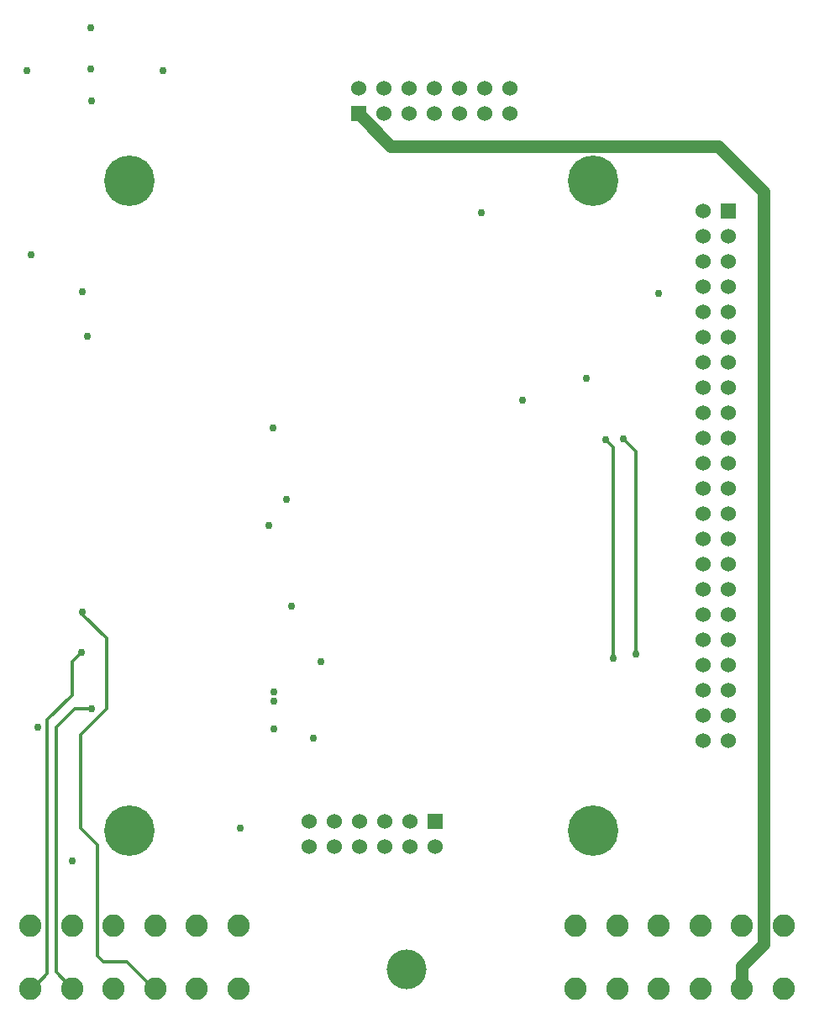
<source format=gbr>
G04 GENERATED BY PULSONIX 12.5 GERBER.DLL 9362*
G04 #@! TF.GenerationSoftware,Pulsonix,Pulsonix,12.5.9360*
G04 #@! TF.CreationDate,2023-08-16T02:30:58+04:00*
G04 #@! TF.Part,Single*
%INCOMPARATOR INTERFACE V2*%
%LNBOTTOM COPPER*%
%FSLAX35Y35*%
%LPD*%
%MOIN*%
G04 #@! TF.FileFunction,Copper,L4,Bot*
G04 #@! TF.FilePolarity,Positive*
G04 #@! TA.AperFunction,ViaPad*
%ADD18C,0.03000*%
G04 #@! TA.AperFunction,ComponentPad*
%ADD71R,0.06000X0.06000*%
%ADD20C,0.06000*%
G04 #@! TA.AperFunction,Conductor*
%ADD86C,0.05000*%
%ADD139C,0.01200*%
G04 #@! TA.AperFunction,WasherPad*
%ADD141C,0.20000*%
%ADD142C,0.15748*%
G04 #@! TA.AperFunction,ComponentPad*
%ADD145C,0.08858*%
G04 #@! TD.AperFunction*
X0Y0D02*
D02*
D18*
X14854Y1426800D03*
X16654Y1354100D03*
X19254Y1166700D03*
X32854Y1113500D03*
X36654Y1196300D03*
X36854Y1339300D03*
X37054Y1212300D03*
X39054Y1321500D03*
X40254Y1427500D03*
Y1443900D03*
X40454Y1174100D03*
Y1414900D03*
X49358Y1065096D03*
X68854Y1426800D03*
X99654Y1126500D03*
X111054Y1246600D03*
X112431Y1285400D03*
X113054Y1165900D03*
Y1176900D03*
Y1180500D03*
X118054Y1256800D03*
X120054Y1214700D03*
X128654Y1162300D03*
X131654Y1192700D03*
X195254Y1370700D03*
X211454Y1296300D03*
X236854Y1305100D03*
X244654Y1280500D03*
X247654Y1193900D03*
X251654Y1280900D03*
X256454Y1195500D03*
X265454Y1338700D03*
D02*
D71*
X146412Y1410002D03*
X177012Y1129202D03*
X293212Y1371202D03*
D02*
D20*
X127012Y1119202D03*
Y1129202D03*
X137012Y1119202D03*
Y1129202D03*
X146412Y1420002D03*
X147012Y1119202D03*
Y1129202D03*
X156412Y1410002D03*
Y1420002D03*
X157012Y1119202D03*
Y1129202D03*
X166412Y1410002D03*
Y1420002D03*
X167012Y1119202D03*
Y1129202D03*
X176412Y1410002D03*
Y1420002D03*
X177012Y1119202D03*
X186412Y1410002D03*
Y1420002D03*
X196412Y1410002D03*
Y1420002D03*
X206412Y1410002D03*
Y1420002D03*
X283212Y1161202D03*
Y1171202D03*
Y1181202D03*
Y1191202D03*
Y1201202D03*
Y1211202D03*
Y1221202D03*
Y1231202D03*
Y1241202D03*
Y1251202D03*
Y1261202D03*
Y1271202D03*
Y1281202D03*
Y1291202D03*
Y1301202D03*
Y1311202D03*
Y1321202D03*
Y1331202D03*
Y1341202D03*
Y1351202D03*
Y1361202D03*
Y1371202D03*
X293212Y1161202D03*
Y1171202D03*
Y1181202D03*
Y1191202D03*
Y1201202D03*
Y1211202D03*
Y1221202D03*
Y1231202D03*
Y1241202D03*
Y1251202D03*
Y1261202D03*
Y1271202D03*
Y1281202D03*
Y1291202D03*
Y1301202D03*
Y1311202D03*
Y1321202D03*
Y1331202D03*
Y1341202D03*
Y1351202D03*
Y1361202D03*
D02*
D86*
X298646Y1063046D02*
Y1071892D01*
X307254Y1080500D01*
Y1379100D01*
X289254Y1397100D01*
X159314D01*
X146412Y1410002D01*
D02*
D139*
X36654Y1196300D02*
X32854Y1192500D01*
Y1179300D01*
X23054Y1169500D01*
Y1068900D01*
X17200Y1063046D01*
X16366D01*
X37054Y1212300D02*
Y1211300D01*
X46454Y1201900D01*
Y1173900D01*
X36254Y1163700D01*
Y1126700D01*
X42954Y1120000D01*
Y1076100D01*
X45354Y1073700D01*
X54454D01*
X65109Y1063046D01*
X65854D01*
X40454Y1174100D02*
X33854D01*
X26454Y1166700D01*
Y1069500D01*
X32862Y1063092D01*
Y1063046D01*
X247654Y1193900D02*
Y1277500D01*
X244654Y1280500D01*
X256454Y1195500D02*
Y1276100D01*
X251654Y1280900D01*
D02*
D141*
X55612Y1125778D03*
Y1383278D03*
X239612Y1125778D03*
Y1383278D03*
D02*
D142*
X165654Y1070762D03*
D02*
D145*
X16366Y1063046D03*
Y1088046D03*
X32862Y1063046D03*
Y1088046D03*
X49358Y1063046D03*
Y1088046D03*
X65854Y1063046D03*
Y1088046D03*
X82350Y1063046D03*
Y1088046D03*
X98846Y1063046D03*
Y1088046D03*
X232662Y1063046D03*
Y1088046D03*
X249158Y1063046D03*
Y1088046D03*
X265654Y1063046D03*
Y1088046D03*
X282150Y1063046D03*
Y1088046D03*
X298646Y1063046D03*
Y1088046D03*
X315142Y1063046D03*
Y1088046D03*
X0Y0D02*
M02*

</source>
